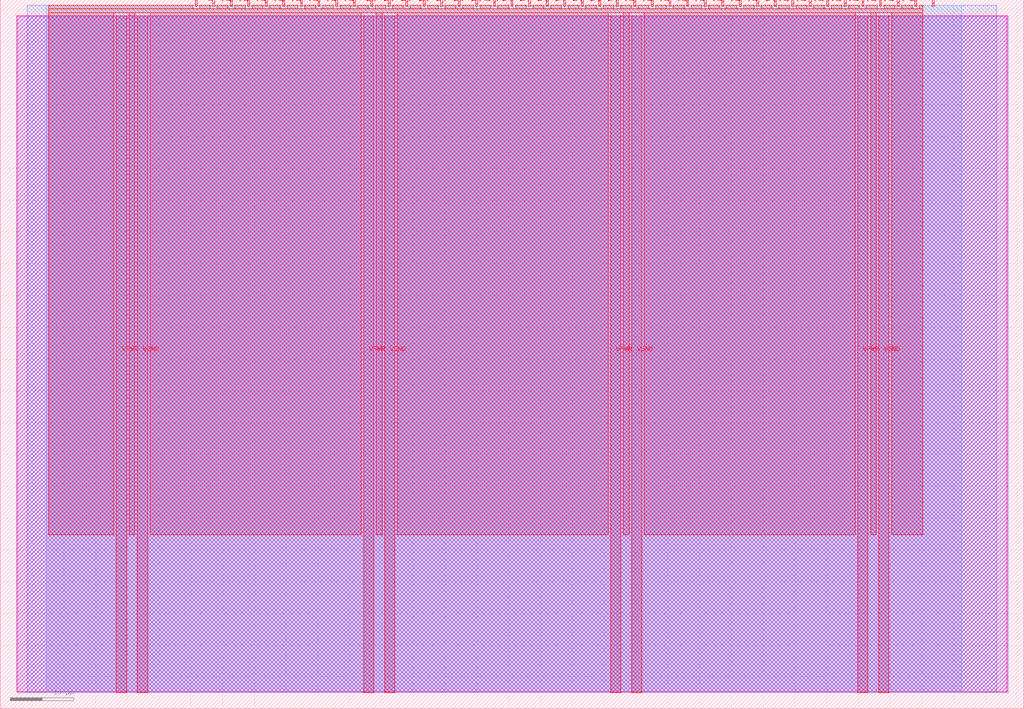
<source format=lef>
VERSION 5.7 ;
  NOWIREEXTENSIONATPIN ON ;
  DIVIDERCHAR "/" ;
  BUSBITCHARS "[]" ;
MACRO tt_um_limpix31_r0
  CLASS BLOCK ;
  FOREIGN tt_um_limpix31_r0 ;
  ORIGIN 0.000 0.000 ;
  SIZE 161.000 BY 111.520 ;
  PIN VGND
    DIRECTION INOUT ;
    USE GROUND ;
    PORT
      LAYER met4 ;
        RECT 21.580 2.480 23.180 109.040 ;
    END
    PORT
      LAYER met4 ;
        RECT 60.450 2.480 62.050 109.040 ;
    END
    PORT
      LAYER met4 ;
        RECT 99.320 2.480 100.920 109.040 ;
    END
    PORT
      LAYER met4 ;
        RECT 138.190 2.480 139.790 109.040 ;
    END
  END VGND
  PIN VPWR
    DIRECTION INOUT ;
    USE POWER ;
    PORT
      LAYER met4 ;
        RECT 18.280 2.480 19.880 109.040 ;
    END
    PORT
      LAYER met4 ;
        RECT 57.150 2.480 58.750 109.040 ;
    END
    PORT
      LAYER met4 ;
        RECT 96.020 2.480 97.620 109.040 ;
    END
    PORT
      LAYER met4 ;
        RECT 134.890 2.480 136.490 109.040 ;
    END
  END VPWR
  PIN clk
    DIRECTION INPUT ;
    USE SIGNAL ;
    ANTENNAGATEAREA 0.852000 ;
    PORT
      LAYER met4 ;
        RECT 143.830 110.520 144.130 111.520 ;
    END
  END clk
  PIN ena
    DIRECTION INPUT ;
    USE SIGNAL ;
    PORT
      LAYER met4 ;
        RECT 146.590 110.520 146.890 111.520 ;
    END
  END ena
  PIN rst_n
    DIRECTION INPUT ;
    USE SIGNAL ;
    ANTENNAGATEAREA 0.196500 ;
    PORT
      LAYER met4 ;
        RECT 141.070 110.520 141.370 111.520 ;
    END
  END rst_n
  PIN ui_in[0]
    DIRECTION INPUT ;
    USE SIGNAL ;
    ANTENNAGATEAREA 0.196500 ;
    PORT
      LAYER met4 ;
        RECT 138.310 110.520 138.610 111.520 ;
    END
  END ui_in[0]
  PIN ui_in[1]
    DIRECTION INPUT ;
    USE SIGNAL ;
    PORT
      LAYER met4 ;
        RECT 135.550 110.520 135.850 111.520 ;
    END
  END ui_in[1]
  PIN ui_in[2]
    DIRECTION INPUT ;
    USE SIGNAL ;
    PORT
      LAYER met4 ;
        RECT 132.790 110.520 133.090 111.520 ;
    END
  END ui_in[2]
  PIN ui_in[3]
    DIRECTION INPUT ;
    USE SIGNAL ;
    PORT
      LAYER met4 ;
        RECT 130.030 110.520 130.330 111.520 ;
    END
  END ui_in[3]
  PIN ui_in[4]
    DIRECTION INPUT ;
    USE SIGNAL ;
    PORT
      LAYER met4 ;
        RECT 127.270 110.520 127.570 111.520 ;
    END
  END ui_in[4]
  PIN ui_in[5]
    DIRECTION INPUT ;
    USE SIGNAL ;
    PORT
      LAYER met4 ;
        RECT 124.510 110.520 124.810 111.520 ;
    END
  END ui_in[5]
  PIN ui_in[6]
    DIRECTION INPUT ;
    USE SIGNAL ;
    PORT
      LAYER met4 ;
        RECT 121.750 110.520 122.050 111.520 ;
    END
  END ui_in[6]
  PIN ui_in[7]
    DIRECTION INPUT ;
    USE SIGNAL ;
    PORT
      LAYER met4 ;
        RECT 118.990 110.520 119.290 111.520 ;
    END
  END ui_in[7]
  PIN uio_in[0]
    DIRECTION INPUT ;
    USE SIGNAL ;
    PORT
      LAYER met4 ;
        RECT 116.230 110.520 116.530 111.520 ;
    END
  END uio_in[0]
  PIN uio_in[1]
    DIRECTION INPUT ;
    USE SIGNAL ;
    PORT
      LAYER met4 ;
        RECT 113.470 110.520 113.770 111.520 ;
    END
  END uio_in[1]
  PIN uio_in[2]
    DIRECTION INPUT ;
    USE SIGNAL ;
    PORT
      LAYER met4 ;
        RECT 110.710 110.520 111.010 111.520 ;
    END
  END uio_in[2]
  PIN uio_in[3]
    DIRECTION INPUT ;
    USE SIGNAL ;
    PORT
      LAYER met4 ;
        RECT 107.950 110.520 108.250 111.520 ;
    END
  END uio_in[3]
  PIN uio_in[4]
    DIRECTION INPUT ;
    USE SIGNAL ;
    PORT
      LAYER met4 ;
        RECT 105.190 110.520 105.490 111.520 ;
    END
  END uio_in[4]
  PIN uio_in[5]
    DIRECTION INPUT ;
    USE SIGNAL ;
    PORT
      LAYER met4 ;
        RECT 102.430 110.520 102.730 111.520 ;
    END
  END uio_in[5]
  PIN uio_in[6]
    DIRECTION INPUT ;
    USE SIGNAL ;
    PORT
      LAYER met4 ;
        RECT 99.670 110.520 99.970 111.520 ;
    END
  END uio_in[6]
  PIN uio_in[7]
    DIRECTION INPUT ;
    USE SIGNAL ;
    PORT
      LAYER met4 ;
        RECT 96.910 110.520 97.210 111.520 ;
    END
  END uio_in[7]
  PIN uio_oe[0]
    DIRECTION OUTPUT ;
    USE SIGNAL ;
    PORT
      LAYER met4 ;
        RECT 49.990 110.520 50.290 111.520 ;
    END
  END uio_oe[0]
  PIN uio_oe[1]
    DIRECTION OUTPUT ;
    USE SIGNAL ;
    PORT
      LAYER met4 ;
        RECT 47.230 110.520 47.530 111.520 ;
    END
  END uio_oe[1]
  PIN uio_oe[2]
    DIRECTION OUTPUT ;
    USE SIGNAL ;
    PORT
      LAYER met4 ;
        RECT 44.470 110.520 44.770 111.520 ;
    END
  END uio_oe[2]
  PIN uio_oe[3]
    DIRECTION OUTPUT ;
    USE SIGNAL ;
    PORT
      LAYER met4 ;
        RECT 41.710 110.520 42.010 111.520 ;
    END
  END uio_oe[3]
  PIN uio_oe[4]
    DIRECTION OUTPUT ;
    USE SIGNAL ;
    PORT
      LAYER met4 ;
        RECT 38.950 110.520 39.250 111.520 ;
    END
  END uio_oe[4]
  PIN uio_oe[5]
    DIRECTION OUTPUT ;
    USE SIGNAL ;
    PORT
      LAYER met4 ;
        RECT 36.190 110.520 36.490 111.520 ;
    END
  END uio_oe[5]
  PIN uio_oe[6]
    DIRECTION OUTPUT ;
    USE SIGNAL ;
    PORT
      LAYER met4 ;
        RECT 33.430 110.520 33.730 111.520 ;
    END
  END uio_oe[6]
  PIN uio_oe[7]
    DIRECTION OUTPUT ;
    USE SIGNAL ;
    PORT
      LAYER met4 ;
        RECT 30.670 110.520 30.970 111.520 ;
    END
  END uio_oe[7]
  PIN uio_out[0]
    DIRECTION OUTPUT ;
    USE SIGNAL ;
    PORT
      LAYER met4 ;
        RECT 72.070 110.520 72.370 111.520 ;
    END
  END uio_out[0]
  PIN uio_out[1]
    DIRECTION OUTPUT ;
    USE SIGNAL ;
    PORT
      LAYER met4 ;
        RECT 69.310 110.520 69.610 111.520 ;
    END
  END uio_out[1]
  PIN uio_out[2]
    DIRECTION OUTPUT ;
    USE SIGNAL ;
    PORT
      LAYER met4 ;
        RECT 66.550 110.520 66.850 111.520 ;
    END
  END uio_out[2]
  PIN uio_out[3]
    DIRECTION OUTPUT ;
    USE SIGNAL ;
    PORT
      LAYER met4 ;
        RECT 63.790 110.520 64.090 111.520 ;
    END
  END uio_out[3]
  PIN uio_out[4]
    DIRECTION OUTPUT ;
    USE SIGNAL ;
    PORT
      LAYER met4 ;
        RECT 61.030 110.520 61.330 111.520 ;
    END
  END uio_out[4]
  PIN uio_out[5]
    DIRECTION OUTPUT ;
    USE SIGNAL ;
    PORT
      LAYER met4 ;
        RECT 58.270 110.520 58.570 111.520 ;
    END
  END uio_out[5]
  PIN uio_out[6]
    DIRECTION OUTPUT ;
    USE SIGNAL ;
    PORT
      LAYER met4 ;
        RECT 55.510 110.520 55.810 111.520 ;
    END
  END uio_out[6]
  PIN uio_out[7]
    DIRECTION OUTPUT ;
    USE SIGNAL ;
    PORT
      LAYER met4 ;
        RECT 52.750 110.520 53.050 111.520 ;
    END
  END uio_out[7]
  PIN uo_out[0]
    DIRECTION OUTPUT ;
    USE SIGNAL ;
    ANTENNADIFFAREA 0.462000 ;
    PORT
      LAYER met4 ;
        RECT 94.150 110.520 94.450 111.520 ;
    END
  END uo_out[0]
  PIN uo_out[1]
    DIRECTION OUTPUT ;
    USE SIGNAL ;
    ANTENNADIFFAREA 0.462000 ;
    PORT
      LAYER met4 ;
        RECT 91.390 110.520 91.690 111.520 ;
    END
  END uo_out[1]
  PIN uo_out[2]
    DIRECTION OUTPUT ;
    USE SIGNAL ;
    ANTENNADIFFAREA 0.445500 ;
    PORT
      LAYER met4 ;
        RECT 88.630 110.520 88.930 111.520 ;
    END
  END uo_out[2]
  PIN uo_out[3]
    DIRECTION OUTPUT ;
    USE SIGNAL ;
    ANTENNADIFFAREA 0.445500 ;
    PORT
      LAYER met4 ;
        RECT 85.870 110.520 86.170 111.520 ;
    END
  END uo_out[3]
  PIN uo_out[4]
    DIRECTION OUTPUT ;
    USE SIGNAL ;
    ANTENNADIFFAREA 0.452000 ;
    PORT
      LAYER met4 ;
        RECT 83.110 110.520 83.410 111.520 ;
    END
  END uo_out[4]
  PIN uo_out[5]
    DIRECTION OUTPUT ;
    USE SIGNAL ;
    ANTENNADIFFAREA 0.462000 ;
    PORT
      LAYER met4 ;
        RECT 80.350 110.520 80.650 111.520 ;
    END
  END uo_out[5]
  PIN uo_out[6]
    DIRECTION OUTPUT ;
    USE SIGNAL ;
    ANTENNADIFFAREA 0.452000 ;
    PORT
      LAYER met4 ;
        RECT 77.590 110.520 77.890 111.520 ;
    END
  END uo_out[6]
  PIN uo_out[7]
    DIRECTION OUTPUT ;
    USE SIGNAL ;
    ANTENNADIFFAREA 0.445500 ;
    PORT
      LAYER met4 ;
        RECT 74.830 110.520 75.130 111.520 ;
    END
  END uo_out[7]
  OBS
      LAYER nwell ;
        RECT 2.570 2.635 158.430 108.990 ;
      LAYER li1 ;
        RECT 2.760 2.635 158.240 108.885 ;
      LAYER met1 ;
        RECT 2.760 2.480 158.540 109.040 ;
      LAYER met2 ;
        RECT 4.240 2.535 156.760 110.685 ;
      LAYER met3 ;
        RECT 7.200 2.555 151.275 110.665 ;
      LAYER met4 ;
        RECT 7.655 110.120 30.270 110.665 ;
        RECT 31.370 110.120 33.030 110.665 ;
        RECT 34.130 110.120 35.790 110.665 ;
        RECT 36.890 110.120 38.550 110.665 ;
        RECT 39.650 110.120 41.310 110.665 ;
        RECT 42.410 110.120 44.070 110.665 ;
        RECT 45.170 110.120 46.830 110.665 ;
        RECT 47.930 110.120 49.590 110.665 ;
        RECT 50.690 110.120 52.350 110.665 ;
        RECT 53.450 110.120 55.110 110.665 ;
        RECT 56.210 110.120 57.870 110.665 ;
        RECT 58.970 110.120 60.630 110.665 ;
        RECT 61.730 110.120 63.390 110.665 ;
        RECT 64.490 110.120 66.150 110.665 ;
        RECT 67.250 110.120 68.910 110.665 ;
        RECT 70.010 110.120 71.670 110.665 ;
        RECT 72.770 110.120 74.430 110.665 ;
        RECT 75.530 110.120 77.190 110.665 ;
        RECT 78.290 110.120 79.950 110.665 ;
        RECT 81.050 110.120 82.710 110.665 ;
        RECT 83.810 110.120 85.470 110.665 ;
        RECT 86.570 110.120 88.230 110.665 ;
        RECT 89.330 110.120 90.990 110.665 ;
        RECT 92.090 110.120 93.750 110.665 ;
        RECT 94.850 110.120 96.510 110.665 ;
        RECT 97.610 110.120 99.270 110.665 ;
        RECT 100.370 110.120 102.030 110.665 ;
        RECT 103.130 110.120 104.790 110.665 ;
        RECT 105.890 110.120 107.550 110.665 ;
        RECT 108.650 110.120 110.310 110.665 ;
        RECT 111.410 110.120 113.070 110.665 ;
        RECT 114.170 110.120 115.830 110.665 ;
        RECT 116.930 110.120 118.590 110.665 ;
        RECT 119.690 110.120 121.350 110.665 ;
        RECT 122.450 110.120 124.110 110.665 ;
        RECT 125.210 110.120 126.870 110.665 ;
        RECT 127.970 110.120 129.630 110.665 ;
        RECT 130.730 110.120 132.390 110.665 ;
        RECT 133.490 110.120 135.150 110.665 ;
        RECT 136.250 110.120 137.910 110.665 ;
        RECT 139.010 110.120 140.670 110.665 ;
        RECT 141.770 110.120 143.430 110.665 ;
        RECT 144.530 110.120 145.065 110.665 ;
        RECT 7.655 109.440 145.065 110.120 ;
        RECT 7.655 27.375 17.880 109.440 ;
        RECT 20.280 27.375 21.180 109.440 ;
        RECT 23.580 27.375 56.750 109.440 ;
        RECT 59.150 27.375 60.050 109.440 ;
        RECT 62.450 27.375 95.620 109.440 ;
        RECT 98.020 27.375 98.920 109.440 ;
        RECT 101.320 27.375 134.490 109.440 ;
        RECT 136.890 27.375 137.790 109.440 ;
        RECT 140.190 27.375 145.065 109.440 ;
  END
END tt_um_limpix31_r0
END LIBRARY


</source>
